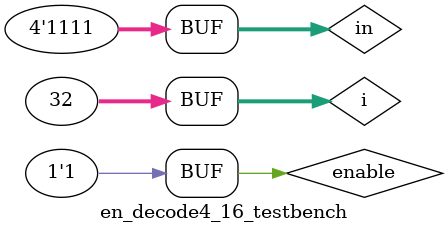
<source format=sv>
`timescale 1ns/10ps

module en_decode4_16 (out, in, enable);
		output logic [15:0] out;
		input logic   [3:0] in;
		input logic     enable;
		
		logic ni, nia0, nia1;
		
		parameter delay = 0.05;
		
		// Last input bit acts as enable bit, so it must be
		// anded with enable to activate/deactivate the lower decoders.
		
		not #delay (ni, in[3]);
		and #delay (nia0, ni, enable);
		and #delay (nia1, in[3], enable);
		
		// Last input bit is connected to enable
		// which picks between the two decoders.
		// as the last input bit determines if you are
		// in the lower or upper half of the number range.
		
		en_decode3_8 ed0 (out[7:0], in[2:0], nia0);
		en_decode3_8 ed1 (out[15:8], in[2:0], nia1);
endmodule

module en_decode4_16_testbench ();
		logic [15:0] out;
		logic [3:0] in;
		logic enable;
		
		en_decode4_16 dut (.out, .in, .enable);
		
		integer i;

		initial begin
				for(i=0; i<32; i++) begin
						{in, enable} = i; #10;
				end
		end
endmodule
</source>
